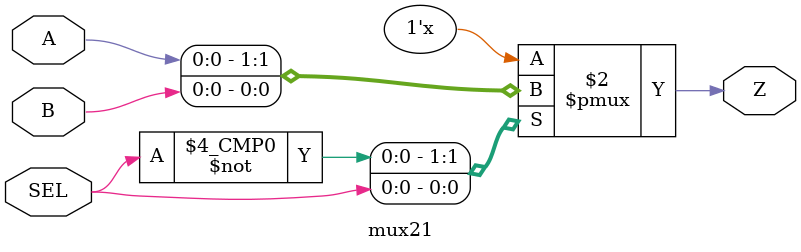
<source format=v>
`timescale 1ns / 1ps


module mux21(A, B, SEL, Z);
input A, B, SEL;
output Z;
reg Z;

always @(A, B, SEL)
    begin
        case (SEL)
        1'b0: Z = A;
        1'b1: Z = B; 
        default: Z = 0;
        endcase
    end
endmodule

</source>
